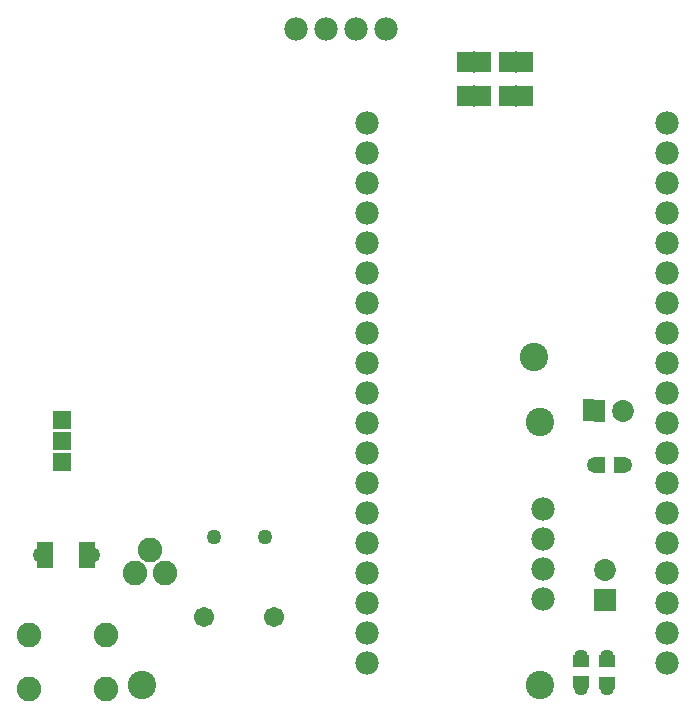
<source format=gbr>
G04 EAGLE Gerber RS-274X export*
G75*
%MOMM*%
%FSLAX34Y34*%
%LPD*%
%INSoldermask Bottom*%
%IPPOS*%
%AMOC8*
5,1,8,0,0,1.08239X$1,22.5*%
G01*
%ADD10C,2.403200*%
%ADD11C,1.981200*%
%ADD12C,1.854200*%
%ADD13R,1.854200X1.854200*%
%ADD14R,1.003200X1.403200*%
%ADD15C,2.082800*%
%ADD16R,1.603200X1.603200*%
%ADD17R,1.473200X2.263200*%
%ADD18R,1.854200X1.854200*%
%ADD19R,1.403200X1.003200*%
%ADD20R,1.371600X1.803400*%
%ADD21R,0.152400X1.828800*%
%ADD22C,1.259600*%
%ADD23C,1.703200*%


D10*
X447500Y245000D03*
X447500Y22500D03*
X110000Y22500D03*
X442500Y300000D03*
D11*
X300670Y40960D03*
X300670Y66360D03*
X300670Y91760D03*
X300670Y117160D03*
X300670Y142560D03*
X300670Y167960D03*
X300670Y193360D03*
X300670Y218760D03*
X300670Y244160D03*
X300670Y269560D03*
X300670Y294960D03*
X300670Y320360D03*
X300670Y345760D03*
X300670Y371160D03*
X300670Y396560D03*
X300670Y421960D03*
X300670Y447360D03*
X300670Y472760D03*
X300670Y498160D03*
X554670Y498160D03*
X554670Y472760D03*
X554670Y447360D03*
X554670Y421960D03*
X554670Y396560D03*
X554670Y371160D03*
X554670Y345760D03*
X554670Y320360D03*
X554670Y294960D03*
X554670Y269560D03*
X554670Y244160D03*
X554670Y218760D03*
X554670Y193360D03*
X554670Y167960D03*
X554670Y142560D03*
X554670Y117160D03*
X554670Y91760D03*
X554670Y66360D03*
X554670Y40960D03*
X316860Y577790D03*
X291460Y577790D03*
X266060Y577790D03*
X240660Y577790D03*
D12*
X517908Y254320D03*
D13*
G36*
X483821Y264247D02*
X502359Y263891D01*
X502003Y245353D01*
X483465Y245709D01*
X483821Y264247D01*
G37*
D14*
X497120Y208650D03*
X515120Y208650D03*
D15*
X79582Y64556D03*
X14558Y64556D03*
X79582Y19344D03*
X14558Y19344D03*
D16*
X42430Y246460D03*
X42430Y228680D03*
X42470Y210860D03*
D17*
X28540Y132460D03*
X63640Y132460D03*
D12*
X502580Y119630D03*
D18*
X502580Y94630D03*
D19*
X504050Y42500D03*
X504050Y24500D03*
D11*
X450010Y95110D03*
X450010Y120510D03*
X450010Y145910D03*
X450010Y171310D03*
D19*
X482450Y42530D03*
X482450Y24530D03*
D15*
X104800Y117500D03*
X117500Y136550D03*
X130200Y117500D03*
D20*
X434340Y549910D03*
X419100Y549910D03*
D21*
X426720Y549910D03*
D20*
X383540Y520700D03*
X398780Y520700D03*
D21*
X391160Y520700D03*
D20*
X434340Y520700D03*
X419100Y520700D03*
D21*
X426720Y520700D03*
D20*
X398780Y549910D03*
X383540Y549910D03*
D21*
X391160Y549910D03*
D22*
X482460Y19960D03*
X503690Y19960D03*
X519430Y208280D03*
X492760Y208280D03*
X24130Y132080D03*
D23*
X222500Y80000D03*
D22*
X482460Y46230D03*
X503690Y46230D03*
X68580Y132080D03*
D23*
X162500Y80000D03*
D22*
X171450Y147320D03*
X214630Y147320D03*
M02*

</source>
